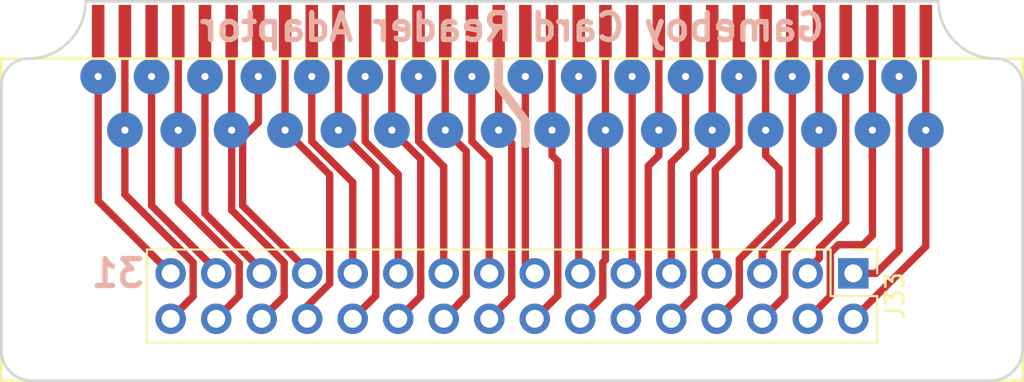
<source format=kicad_pcb>
(kicad_pcb (version 4) (host pcbnew 4.0.7)

  (general
    (links 64)
    (no_connects 0)
    (area 121.424999 96.724999 178.575001 118.075001)
    (thickness 1.6)
    (drawings 15)
    (tracks 197)
    (zones 0)
    (modules 34)
    (nets 33)
  )

  (page A4)
  (layers
    (0 F.Cu signal)
    (31 B.Cu signal)
    (32 B.Adhes user)
    (33 F.Adhes user)
    (34 B.Paste user)
    (35 F.Paste user)
    (36 B.SilkS user)
    (37 F.SilkS user)
    (38 B.Mask user)
    (39 F.Mask user)
    (40 Dwgs.User user)
    (41 Cmts.User user)
    (42 Eco1.User user)
    (43 Eco2.User user)
    (44 Edge.Cuts user)
    (45 Margin user)
    (46 B.CrtYd user)
    (47 F.CrtYd user)
    (48 B.Fab user)
    (49 F.Fab user)
  )

  (setup
    (last_trace_width 0.41)
    (trace_clearance 0.2)
    (zone_clearance 0.508)
    (zone_45_only no)
    (trace_min 0.2)
    (segment_width 0.2)
    (edge_width 0.15)
    (via_size 0.6)
    (via_drill 0.4)
    (via_min_size 0.4)
    (via_min_drill 0.3)
    (uvia_size 0.3)
    (uvia_drill 0.1)
    (uvias_allowed no)
    (uvia_min_size 0.2)
    (uvia_min_drill 0.1)
    (pcb_text_width 0.3)
    (pcb_text_size 1.5 1.5)
    (mod_edge_width 0.15)
    (mod_text_size 1 1)
    (mod_text_width 0.15)
    (pad_size 2 2)
    (pad_drill 0)
    (pad_to_mask_clearance 0.2)
    (aux_axis_origin 0 0)
    (visible_elements 7FFFFF7F)
    (pcbplotparams
      (layerselection 0x00030_80000001)
      (usegerberextensions false)
      (excludeedgelayer true)
      (linewidth 0.100000)
      (plotframeref false)
      (viasonmask false)
      (mode 1)
      (useauxorigin false)
      (hpglpennumber 1)
      (hpglpenspeed 20)
      (hpglpendiameter 15)
      (hpglpenoverlay 2)
      (psnegative false)
      (psa4output false)
      (plotreference true)
      (plotvalue true)
      (plotinvisibletext false)
      (padsonsilk false)
      (subtractmaskfromsilk false)
      (outputformat 1)
      (mirror false)
      (drillshape 1)
      (scaleselection 1)
      (outputdirectory ""))
  )

  (net 0 "")
  (net 1 1)
  (net 2 2)
  (net 3 3)
  (net 4 4)
  (net 5 5)
  (net 6 6)
  (net 7 7)
  (net 8 8)
  (net 9 9)
  (net 10 10)
  (net 11 11)
  (net 12 12)
  (net 13 13)
  (net 14 14)
  (net 15 15)
  (net 16 16)
  (net 17 17)
  (net 18 18)
  (net 19 19)
  (net 20 20)
  (net 21 21)
  (net 22 22)
  (net 23 23)
  (net 24 24)
  (net 25 25)
  (net 26 26)
  (net 27 27)
  (net 28 28)
  (net 29 29)
  (net 30 30)
  (net 31 31)
  (net 32 32)

  (net_class Default "This is the default net class."
    (clearance 0.2)
    (trace_width 0.41)
    (via_dia 0.6)
    (via_drill 0.4)
    (uvia_dia 0.3)
    (uvia_drill 0.1)
    (add_net 1)
    (add_net 10)
    (add_net 11)
    (add_net 12)
    (add_net 13)
    (add_net 14)
    (add_net 15)
    (add_net 16)
    (add_net 17)
    (add_net 18)
    (add_net 19)
    (add_net 2)
    (add_net 20)
    (add_net 21)
    (add_net 22)
    (add_net 23)
    (add_net 24)
    (add_net 25)
    (add_net 26)
    (add_net 27)
    (add_net 28)
    (add_net 29)
    (add_net 3)
    (add_net 30)
    (add_net 31)
    (add_net 32)
    (add_net 4)
    (add_net 5)
    (add_net 6)
    (add_net 7)
    (add_net 8)
    (add_net 9)
  )

  (module gbaz:forrealz (layer F.Cu) (tedit 5A0CE54A) (tstamp 5A0D1143)
    (at 150 100)
    (path /5A0CE767)
    (fp_text reference U1 (at -3.4 -2.1) (layer F.SilkS) hide
      (effects (font (size 1 1) (thickness 0.15)))
    )
    (fp_text value GameboyCardridgeReader (at 2.25 -2.1) (layer F.Fab) hide
      (effects (font (size 1 1) (thickness 0.15)))
    )
    (fp_line (start 28.5 18) (end -28.5 18) (layer F.SilkS) (width 0.15))
    (fp_line (start -28.5 0) (end -28.5 18) (layer F.SilkS) (width 0.15))
    (fp_line (start 28.5 0) (end 28.5 18) (layer F.SilkS) (width 0.15))
    (fp_line (start 0 0) (end -28.5 0) (layer F.SilkS) (width 0.15))
    (fp_line (start 0 0) (end 28.5 0) (layer F.SilkS) (width 0.15))
    (pad 1 smd rect (at -0.745 0) (size 0.7 3) (drill (offset 0 -1.5)) (layers F.Cu F.Paste F.Mask)
      (net 1 1))
    (pad 2 smd rect (at 0.745 0) (size 0.7 3) (drill (offset 0 -1.5)) (layers F.Cu F.Paste F.Mask)
      (net 2 2))
    (pad 3 smd rect (at -2.235 0) (size 0.7 3) (drill (offset 0 -1.5)) (layers F.Cu F.Paste F.Mask)
      (net 3 3))
    (pad 4 smd rect (at 2.235 0) (size 0.7 3) (drill (offset 0 -1.5)) (layers F.Cu F.Paste F.Mask)
      (net 4 4))
    (pad 5 smd rect (at -3.725 0) (size 0.7 3) (drill (offset 0 -1.5)) (layers F.Cu F.Paste F.Mask)
      (net 5 5))
    (pad 6 smd rect (at 3.725 0) (size 0.7 3) (drill (offset 0 -1.5)) (layers F.Cu F.Paste F.Mask)
      (net 6 6))
    (pad 7 smd rect (at -5.215 0) (size 0.7 3) (drill (offset 0 -1.5)) (layers F.Cu F.Paste F.Mask)
      (net 7 7))
    (pad 8 smd rect (at 5.215 0) (size 0.7 3) (drill (offset 0 -1.5)) (layers F.Cu F.Paste F.Mask)
      (net 8 8))
    (pad 9 smd rect (at -6.705 0) (size 0.7 3) (drill (offset 0 -1.5)) (layers F.Cu F.Paste F.Mask)
      (net 9 9))
    (pad 10 smd rect (at 6.705 0) (size 0.7 3) (drill (offset 0 -1.5)) (layers F.Cu F.Paste F.Mask)
      (net 10 10))
    (pad 11 smd rect (at -8.195 0) (size 0.7 3) (drill (offset 0 -1.5)) (layers F.Cu F.Paste F.Mask)
      (net 11 11))
    (pad 12 smd rect (at 8.195 0) (size 0.7 3) (drill (offset 0 -1.5)) (layers F.Cu F.Paste F.Mask)
      (net 12 12))
    (pad 13 smd rect (at -9.685 0) (size 0.7 3) (drill (offset 0 -1.5)) (layers F.Cu F.Paste F.Mask)
      (net 13 13))
    (pad 14 smd rect (at 9.685 0) (size 0.7 3) (drill (offset 0 -1.5)) (layers F.Cu F.Paste F.Mask)
      (net 14 14))
    (pad 15 smd rect (at -11.175 0) (size 0.7 3) (drill (offset 0 -1.5)) (layers F.Cu F.Paste F.Mask)
      (net 15 15))
    (pad 16 smd rect (at 11.175 0) (size 0.7 3) (drill (offset 0 -1.5)) (layers F.Cu F.Paste F.Mask)
      (net 16 16))
    (pad 17 smd rect (at -12.665 0) (size 0.7 3) (drill (offset 0 -1.5)) (layers F.Cu F.Paste F.Mask)
      (net 17 17))
    (pad 18 smd rect (at 12.665 0) (size 0.7 3) (drill (offset 0 -1.5)) (layers F.Cu F.Paste F.Mask)
      (net 18 18))
    (pad 19 smd rect (at -14.155 0) (size 0.7 3) (drill (offset 0 -1.5)) (layers F.Cu F.Paste F.Mask)
      (net 19 19))
    (pad 20 smd rect (at 14.155 0) (size 0.7 3) (drill (offset 0 -1.5)) (layers F.Cu F.Paste F.Mask)
      (net 20 20))
    (pad 21 smd rect (at -15.645 0) (size 0.7 3) (drill (offset 0 -1.5)) (layers F.Cu F.Paste F.Mask)
      (net 21 21))
    (pad 22 smd rect (at 15.645 0) (size 0.7 3) (drill (offset 0 -1.5)) (layers F.Cu F.Paste F.Mask)
      (net 22 22))
    (pad 23 smd rect (at -17.135 0) (size 0.7 3) (drill (offset 0 -1.5)) (layers F.Cu F.Paste F.Mask)
      (net 23 23))
    (pad 24 smd rect (at 17.135 0) (size 0.7 3) (drill (offset 0 -1.5)) (layers F.Cu F.Paste F.Mask)
      (net 24 24))
    (pad 25 smd rect (at -18.625 0) (size 0.7 3) (drill (offset 0 -1.5)) (layers F.Cu F.Paste F.Mask)
      (net 25 25))
    (pad 26 smd rect (at 18.625 0) (size 0.7 3) (drill (offset 0 -1.5)) (layers F.Cu F.Paste F.Mask)
      (net 26 26))
    (pad 27 smd rect (at -20.115 0) (size 0.7 3) (drill (offset 0 -1.5)) (layers F.Cu F.Paste F.Mask)
      (net 27 27))
    (pad 28 smd rect (at 20.115 0) (size 0.7 3) (drill (offset 0 -1.5)) (layers F.Cu F.Paste F.Mask)
      (net 28 28))
    (pad 29 smd rect (at -21.605 0) (size 0.7 3) (drill (offset 0 -1.5)) (layers F.Cu F.Paste F.Mask)
      (net 29 29))
    (pad 30 smd rect (at 21.605 0) (size 0.7 3) (drill (offset 0 -1.5)) (layers F.Cu F.Paste F.Mask)
      (net 30 30))
    (pad 31 smd rect (at -23.095 0) (size 0.7 3) (drill (offset 0 -1.5)) (layers F.Cu F.Paste F.Mask)
      (net 31 31))
    (pad 32 smd rect (at 23.095 0) (size 0.7 3) (drill (offset 0 -1.5)) (layers F.Cu F.Paste F.Mask)
      (net 32 32))
    (pad "" np_thru_hole circle (at 13 7) (size 2.5 2.5) (drill 2.5) (layers *.Cu *.Mask))
    (pad "" np_thru_hole circle (at -13 7) (size 2.5 2.5) (drill 2.5) (layers *.Cu *.Mask))
  )

  (module gbaz:Pin_Header_Straight_2x16_Pitch2.54mm (layer F.Cu) (tedit 5A0CF83F) (tstamp 5A0D1118)
    (at 150 113)
    (descr "Through hole straight pin header, 2x16, 2.54mm pitch, double rows")
    (tags "Through hole pin header THT 2x16 2.54mm double row")
    (path /5A0CE6F6)
    (fp_text reference J33 (at 21.38 0.27 270) (layer F.SilkS)
      (effects (font (size 1 1) (thickness 0.15)))
    )
    (fp_text value Conn_02x16_Counter_Clockwise (at -0.4 5.7 180) (layer F.Fab) hide
      (effects (font (size 1 1) (thickness 0.15)))
    )
    (fp_line (start 20.32 -1) (end 20.32 2.81) (layer F.Fab) (width 0.1))
    (fp_line (start 20.32 2.81) (end -20.32 2.81) (layer F.Fab) (width 0.1))
    (fp_line (start -20.32 2.81) (end -20.32 -2.27) (layer F.Fab) (width 0.1))
    (fp_line (start -20.32 -2.27) (end 19.05 -2.27) (layer F.Fab) (width 0.1))
    (fp_line (start 19.05 -2.27) (end 20.32 -1) (layer F.Fab) (width 0.1))
    (fp_line (start -20.38 -2.33) (end -20.38 2.87) (layer F.SilkS) (width 0.12))
    (fp_line (start 17.78 -2.33) (end -20.38 -2.33) (layer F.SilkS) (width 0.12))
    (fp_line (start 20.38 2.87) (end -20.38 2.87) (layer F.SilkS) (width 0.12))
    (fp_line (start 17.78 -2.33) (end 17.78 0.27) (layer F.SilkS) (width 0.12))
    (fp_line (start 17.78 0.27) (end 20.38 0.27) (layer F.SilkS) (width 0.12))
    (fp_line (start 20.38 0.27) (end 20.38 2.87) (layer F.SilkS) (width 0.12))
    (fp_line (start 19.05 -2.33) (end 20.38 -2.33) (layer F.SilkS) (width 0.12))
    (fp_line (start 20.38 -2.33) (end 20.38 -1) (layer F.SilkS) (width 0.12))
    (fp_line (start 20.85 -2.8) (end -20.85 -2.8) (layer F.CrtYd) (width 0.05))
    (fp_line (start -20.85 -2.8) (end -20.85 3.35) (layer F.CrtYd) (width 0.05))
    (fp_line (start -20.85 3.35) (end 20.85 3.35) (layer F.CrtYd) (width 0.05))
    (fp_line (start 20.85 3.35) (end 20.85 -2.8) (layer F.CrtYd) (width 0.05))
    (fp_text user %R (at 0 0.27) (layer F.Fab) hide
      (effects (font (size 1 1) (thickness 0.15)))
    )
    (pad 1 thru_hole rect (at 19.05 -1 270) (size 1.7 1.7) (drill 1) (layers *.Cu *.Mask)
      (net 30 30))
    (pad 2 thru_hole oval (at 19.05 1.54 270) (size 1.7 1.7) (drill 1) (layers *.Cu *.Mask)
      (net 32 32))
    (pad 3 thru_hole oval (at 16.51 -1 270) (size 1.7 1.7) (drill 1) (layers *.Cu *.Mask)
      (net 26 26))
    (pad 4 thru_hole oval (at 16.51 1.54 270) (size 1.7 1.7) (drill 1) (layers *.Cu *.Mask)
      (net 28 28))
    (pad 5 thru_hole oval (at 13.97 -1 270) (size 1.7 1.7) (drill 1) (layers *.Cu *.Mask)
      (net 22 22))
    (pad 6 thru_hole oval (at 13.97 1.54 270) (size 1.7 1.7) (drill 1) (layers *.Cu *.Mask)
      (net 24 24))
    (pad 7 thru_hole oval (at 11.43 -1 270) (size 1.7 1.7) (drill 1) (layers *.Cu *.Mask)
      (net 18 18))
    (pad 8 thru_hole oval (at 11.43 1.54 270) (size 1.7 1.7) (drill 1) (layers *.Cu *.Mask)
      (net 20 20))
    (pad 9 thru_hole oval (at 8.89 -1 270) (size 1.7 1.7) (drill 1) (layers *.Cu *.Mask)
      (net 14 14))
    (pad 10 thru_hole oval (at 8.89 1.54 270) (size 1.7 1.7) (drill 1) (layers *.Cu *.Mask)
      (net 16 16))
    (pad 11 thru_hole oval (at 6.35 -1 270) (size 1.7 1.7) (drill 1) (layers *.Cu *.Mask)
      (net 10 10))
    (pad 12 thru_hole oval (at 6.35 1.54 270) (size 1.7 1.7) (drill 1) (layers *.Cu *.Mask)
      (net 12 12))
    (pad 13 thru_hole oval (at 3.81 -1 270) (size 1.7 1.7) (drill 1) (layers *.Cu *.Mask)
      (net 6 6))
    (pad 14 thru_hole oval (at 3.81 1.54 270) (size 1.7 1.7) (drill 1) (layers *.Cu *.Mask)
      (net 8 8))
    (pad 15 thru_hole oval (at 1.27 -1 270) (size 1.7 1.7) (drill 1) (layers *.Cu *.Mask)
      (net 2 2))
    (pad 16 thru_hole oval (at 1.27 1.54 270) (size 1.7 1.7) (drill 1) (layers *.Cu *.Mask)
      (net 4 4))
    (pad 17 thru_hole oval (at -1.27 -1 270) (size 1.7 1.7) (drill 1) (layers *.Cu *.Mask)
      (net 3 3))
    (pad 18 thru_hole oval (at -1.27 1.54 270) (size 1.7 1.7) (drill 1) (layers *.Cu *.Mask)
      (net 1 1))
    (pad 19 thru_hole oval (at -3.81 -1 270) (size 1.7 1.7) (drill 1) (layers *.Cu *.Mask)
      (net 7 7))
    (pad 20 thru_hole oval (at -3.81 1.54 270) (size 1.7 1.7) (drill 1) (layers *.Cu *.Mask)
      (net 5 5))
    (pad 21 thru_hole oval (at -6.35 -1 270) (size 1.7 1.7) (drill 1) (layers *.Cu *.Mask)
      (net 11 11))
    (pad 22 thru_hole oval (at -6.35 1.54 270) (size 1.7 1.7) (drill 1) (layers *.Cu *.Mask)
      (net 9 9))
    (pad 23 thru_hole oval (at -8.89 -1 270) (size 1.7 1.7) (drill 1) (layers *.Cu *.Mask)
      (net 15 15))
    (pad 24 thru_hole oval (at -8.89 1.54 270) (size 1.7 1.7) (drill 1) (layers *.Cu *.Mask)
      (net 13 13))
    (pad 25 thru_hole oval (at -11.43 -1 270) (size 1.7 1.7) (drill 1) (layers *.Cu *.Mask)
      (net 19 19))
    (pad 26 thru_hole oval (at -11.43 1.54 270) (size 1.7 1.7) (drill 1) (layers *.Cu *.Mask)
      (net 17 17))
    (pad 27 thru_hole oval (at -13.97 -1 270) (size 1.7 1.7) (drill 1) (layers *.Cu *.Mask)
      (net 23 23))
    (pad 28 thru_hole oval (at -13.97 1.54 270) (size 1.7 1.7) (drill 1) (layers *.Cu *.Mask)
      (net 21 21))
    (pad 29 thru_hole oval (at -16.51 -1 270) (size 1.7 1.7) (drill 1) (layers *.Cu *.Mask)
      (net 27 27))
    (pad 30 thru_hole oval (at -16.51 1.54 270) (size 1.7 1.7) (drill 1) (layers *.Cu *.Mask)
      (net 25 25))
    (pad 31 thru_hole oval (at -19.05 -1 270) (size 1.7 1.7) (drill 1) (layers *.Cu *.Mask)
      (net 31 31))
    (pad 32 thru_hole oval (at -19.05 1.54 270) (size 1.7 1.7) (drill 1) (layers *.Cu *.Mask)
      (net 29 29))
    (model ${KISYS3DMOD}/Pin_Headers.3dshapes/Pin_Header_Straight_2x16_Pitch2.54mm.wrl
      (at (xyz 0 0 0))
      (scale (xyz 1 1 1))
      (rotate (xyz 0 0 0))
    )
  )

  (module gbaz:2mmPad (layer B.Cu) (tedit 5A0CFFB3) (tstamp 5A0D1FFC)
    (at 149.3 104)
    (path /5A0CF3E6)
    (fp_text reference J1 (at 2 0) (layer B.SilkS) hide
      (effects (font (size 0.5 0.5) (thickness 0.125)) (justify mirror))
    )
    (fp_text value TEST_1P (at 2.5 0.75) (layer B.Fab) hide
      (effects (font (size 0.5 0.5) (thickness 0.125)) (justify mirror))
    )
    (pad 1 smd circle (at -0.045 0) (size 2 2) (layers B.Cu B.Paste B.Mask)
      (net 1 1))
  )

  (module gbaz:2mmPad (layer B.Cu) (tedit 5A0D008D) (tstamp 5A0D2001)
    (at 150.7 101)
    (path /5A0CF3EC)
    (fp_text reference J2 (at 2 0) (layer B.SilkS) hide
      (effects (font (size 0.5 0.5) (thickness 0.125)) (justify mirror))
    )
    (fp_text value TEST_1P (at 2.5 0.75) (layer B.Fab) hide
      (effects (font (size 0.5 0.5) (thickness 0.125)) (justify mirror))
    )
    (pad 1 smd circle (at 0.045 0) (size 2 2) (layers B.Cu B.Paste B.Mask)
      (net 2 2))
  )

  (module gbaz:2mmPad (layer B.Cu) (tedit 5A0D00A7) (tstamp 5A0D2006)
    (at 147.8 101)
    (path /5A0CF3F2)
    (fp_text reference J3 (at 2 0) (layer B.SilkS) hide
      (effects (font (size 0.5 0.5) (thickness 0.125)) (justify mirror))
    )
    (fp_text value TEST_1P (at 2.5 0.75) (layer B.Fab) hide
      (effects (font (size 0.5 0.5) (thickness 0.125)) (justify mirror))
    )
    (pad 1 smd circle (at -0.035 0) (size 2 2) (layers B.Cu B.Paste B.Mask)
      (net 3 3))
  )

  (module gbaz:2mmPad (layer B.Cu) (tedit 5A0D00BC) (tstamp 5A0D200B)
    (at 152.3 104)
    (path /5A0CF3F8)
    (fp_text reference J4 (at 2 0) (layer B.SilkS) hide
      (effects (font (size 0.5 0.5) (thickness 0.125)) (justify mirror))
    )
    (fp_text value TEST_1P (at 2.5 0.75) (layer B.Fab) hide
      (effects (font (size 0.5 0.5) (thickness 0.125)) (justify mirror))
    )
    (pad 1 smd circle (at -0.065 0) (size 2 2) (layers B.Cu B.Paste B.Mask)
      (net 4 4))
  )

  (module gbaz:2mmPad (layer B.Cu) (tedit 5A0D00D8) (tstamp 5A0D2010)
    (at 146.2 104)
    (path /5A0CF3FE)
    (fp_text reference J5 (at 2 0) (layer B.SilkS) hide
      (effects (font (size 0.5 0.5) (thickness 0.125)) (justify mirror))
    )
    (fp_text value TEST_1P (at 2.5 0.75) (layer B.Fab) hide
      (effects (font (size 0.5 0.5) (thickness 0.125)) (justify mirror))
    )
    (pad 1 smd circle (at 0.075 0) (size 2 2) (layers B.Cu B.Paste B.Mask)
      (net 5 5))
  )

  (module gbaz:2mmPad (layer B.Cu) (tedit 5A0D00E9) (tstamp 5A0D2015)
    (at 153.8 101.1)
    (path /5A0CF404)
    (fp_text reference J6 (at 2 0) (layer B.SilkS) hide
      (effects (font (size 0.5 0.5) (thickness 0.125)) (justify mirror))
    )
    (fp_text value TEST_1P (at 2.5 0.75) (layer B.Fab) hide
      (effects (font (size 0.5 0.5) (thickness 0.125)) (justify mirror))
    )
    (pad 1 smd circle (at -0.075 -0.1) (size 2 2) (layers B.Cu B.Paste B.Mask)
      (net 6 6))
  )

  (module gbaz:2mmPad (layer B.Cu) (tedit 5A0D00F8) (tstamp 5A0D201A)
    (at 145 101)
    (path /5A0CEF2A)
    (fp_text reference J7 (at 2 0) (layer B.SilkS) hide
      (effects (font (size 0.5 0.5) (thickness 0.125)) (justify mirror))
    )
    (fp_text value TEST_1P (at 2.5 0.75) (layer B.Fab) hide
      (effects (font (size 0.5 0.5) (thickness 0.125)) (justify mirror))
    )
    (pad 1 smd circle (at -0.215 0) (size 2 2) (layers B.Cu B.Paste B.Mask)
      (net 7 7))
  )

  (module gbaz:2mmPad (layer B.Cu) (tedit 5A0D0114) (tstamp 5A0D201F)
    (at 155 104)
    (path /5A0D0A35)
    (fp_text reference J8 (at 2 0) (layer B.SilkS) hide
      (effects (font (size 0.5 0.5) (thickness 0.125)) (justify mirror))
    )
    (fp_text value TEST_1P (at 2.5 0.75) (layer B.Fab) hide
      (effects (font (size 0.5 0.5) (thickness 0.125)) (justify mirror))
    )
    (pad 1 smd circle (at 0.215 0) (size 2 2) (layers B.Cu B.Paste B.Mask)
      (net 8 8))
  )

  (module gbaz:2mmPad (layer B.Cu) (tedit 5A0D0107) (tstamp 5A0D2024)
    (at 143.5 104)
    (path /5A0D0A3B)
    (fp_text reference J9 (at 2 0) (layer B.SilkS) hide
      (effects (font (size 0.5 0.5) (thickness 0.125)) (justify mirror))
    )
    (fp_text value TEST_1P (at 2.5 0.75) (layer B.Fab) hide
      (effects (font (size 0.5 0.5) (thickness 0.125)) (justify mirror))
    )
    (pad 1 smd circle (at -0.205 0) (size 2 2) (layers B.Cu B.Paste B.Mask)
      (net 9 9))
  )

  (module gbaz:2mmPad (layer B.Cu) (tedit 5A0D0126) (tstamp 5A0D2029)
    (at 156.5 101)
    (path /5A0D0A41)
    (fp_text reference J10 (at 2 0) (layer B.SilkS) hide
      (effects (font (size 0.5 0.5) (thickness 0.125)) (justify mirror))
    )
    (fp_text value TEST_1P (at 2.5 0.75) (layer B.Fab) hide
      (effects (font (size 0.5 0.5) (thickness 0.125)) (justify mirror))
    )
    (pad 1 smd circle (at 0.205 0) (size 2 2) (layers B.Cu B.Paste B.Mask)
      (net 10 10))
  )

  (module gbaz:2mmPad (layer B.Cu) (tedit 5A0D0131) (tstamp 5A0D202E)
    (at 142 101)
    (path /5A0D0A47)
    (fp_text reference J11 (at 2 0) (layer B.SilkS) hide
      (effects (font (size 0.5 0.5) (thickness 0.125)) (justify mirror))
    )
    (fp_text value TEST_1P (at 2.5 0.75) (layer B.Fab) hide
      (effects (font (size 0.5 0.5) (thickness 0.125)) (justify mirror))
    )
    (pad 1 smd circle (at -0.195 0) (size 2 2) (layers B.Cu B.Paste B.Mask)
      (net 11 11))
  )

  (module gbaz:2mmPad (layer B.Cu) (tedit 5A0D013C) (tstamp 5A0D2033)
    (at 158 104)
    (path /5A0D0A4D)
    (fp_text reference J12 (at 2 0) (layer B.SilkS) hide
      (effects (font (size 0.5 0.5) (thickness 0.125)) (justify mirror))
    )
    (fp_text value TEST_1P (at 2.5 0.75) (layer B.Fab) hide
      (effects (font (size 0.5 0.5) (thickness 0.125)) (justify mirror))
    )
    (pad 1 smd circle (at 0.195 0) (size 2 2) (layers B.Cu B.Paste B.Mask)
      (net 12 12))
  )

  (module gbaz:2mmPad (layer B.Cu) (tedit 5A0D0151) (tstamp 5A0D2038)
    (at 140 104)
    (path /5A0D0A53)
    (fp_text reference J13 (at 2 0) (layer B.SilkS) hide
      (effects (font (size 0.5 0.5) (thickness 0.125)) (justify mirror))
    )
    (fp_text value TEST_1P (at 2.5 0.75) (layer B.Fab) hide
      (effects (font (size 0.5 0.5) (thickness 0.125)) (justify mirror))
    )
    (pad 1 smd circle (at 0.315 0) (size 2 2) (layers B.Cu B.Paste B.Mask)
      (net 13 13))
  )

  (module gbaz:2mmPad (layer B.Cu) (tedit 5A0D026A) (tstamp 5A0D203D)
    (at 159.75 101)
    (path /5A0D0B2E)
    (fp_text reference J14 (at 2 0) (layer B.SilkS) hide
      (effects (font (size 0.5 0.5) (thickness 0.125)) (justify mirror))
    )
    (fp_text value TEST_1P (at 2.5 0.75) (layer B.Fab) hide
      (effects (font (size 0.5 0.5) (thickness 0.125)) (justify mirror))
    )
    (pad 1 smd circle (at -0.065 0) (size 2 2) (layers B.Cu B.Paste B.Mask)
      (net 14 14))
  )

  (module gbaz:2mmPad (layer B.Cu) (tedit 5A0D01F4) (tstamp 5A0D2042)
    (at 138.75 101)
    (path /5A0D0B34)
    (fp_text reference J15 (at 2 0) (layer B.SilkS) hide
      (effects (font (size 0.5 0.5) (thickness 0.125)) (justify mirror))
    )
    (fp_text value TEST_1P (at 2.5 0.75) (layer B.Fab) hide
      (effects (font (size 0.5 0.5) (thickness 0.125)) (justify mirror))
    )
    (pad 1 smd circle (at 0.075 0) (size 2 2) (layers B.Cu B.Paste B.Mask)
      (net 15 15))
  )

  (module gbaz:2mmPad (layer B.Cu) (tedit 5A0D0260) (tstamp 5A0D2047)
    (at 161 103.75)
    (path /5A0D0B3A)
    (fp_text reference J16 (at 2 0) (layer B.SilkS) hide
      (effects (font (size 0.5 0.5) (thickness 0.125)) (justify mirror))
    )
    (fp_text value TEST_1P (at 2.5 0.75) (layer B.Fab) hide
      (effects (font (size 0.5 0.5) (thickness 0.125)) (justify mirror))
    )
    (pad 1 smd circle (at 0.175 0.25) (size 2 2) (layers B.Cu B.Paste B.Mask)
      (net 16 16))
  )

  (module gbaz:2mmPad (layer B.Cu) (tedit 5A0D01EB) (tstamp 5A0D204C)
    (at 137.25 104)
    (path /5A0D0B40)
    (fp_text reference J17 (at 2 0) (layer B.SilkS) hide
      (effects (font (size 0.5 0.5) (thickness 0.125)) (justify mirror))
    )
    (fp_text value TEST_1P (at 2.5 0.75) (layer B.Fab) hide
      (effects (font (size 0.5 0.5) (thickness 0.125)) (justify mirror))
    )
    (pad 1 smd circle (at 0.085 0) (size 2 2) (layers B.Cu B.Paste B.Mask)
      (net 17 17))
  )

  (module gbaz:2mmPad (layer B.Cu) (tedit 5A0D024A) (tstamp 5A0D2051)
    (at 162.75 100.75)
    (path /5A0D0B46)
    (fp_text reference J18 (at 2 0) (layer B.SilkS) hide
      (effects (font (size 0.5 0.5) (thickness 0.125)) (justify mirror))
    )
    (fp_text value TEST_1P (at 2.5 0.75) (layer B.Fab) hide
      (effects (font (size 0.5 0.5) (thickness 0.125)) (justify mirror))
    )
    (pad 1 smd circle (at -0.085 0.25) (size 2 2) (layers B.Cu B.Paste B.Mask)
      (net 18 18))
  )

  (module gbaz:2mmPad (layer B.Cu) (tedit 5A0D01E2) (tstamp 5A0D2056)
    (at 135.75 101)
    (path /5A0D0D07)
    (fp_text reference J19 (at 2 0) (layer B.SilkS) hide
      (effects (font (size 0.5 0.5) (thickness 0.125)) (justify mirror))
    )
    (fp_text value TEST_1P (at 2.5 0.75) (layer B.Fab) hide
      (effects (font (size 0.5 0.5) (thickness 0.125)) (justify mirror))
    )
    (pad 1 smd circle (at 0.095 0) (size 2 2) (layers B.Cu B.Paste B.Mask)
      (net 19 19))
  )

  (module gbaz:2mmPad (layer B.Cu) (tedit 5A0D0256) (tstamp 5A0D205B)
    (at 164.25 104.25)
    (path /5A0D0D0D)
    (fp_text reference J20 (at 2 0) (layer B.SilkS) hide
      (effects (font (size 0.5 0.5) (thickness 0.125)) (justify mirror))
    )
    (fp_text value TEST_1P (at 2.5 0.75) (layer B.Fab) hide
      (effects (font (size 0.5 0.5) (thickness 0.125)) (justify mirror))
    )
    (pad 1 smd circle (at -0.095 -0.25) (size 2 2) (layers B.Cu B.Paste B.Mask)
      (net 20 20))
  )

  (module gbaz:2mmPad (layer B.Cu) (tedit 5A0D01D6) (tstamp 5A0D2060)
    (at 134.25 104)
    (path /5A0D0D13)
    (fp_text reference J21 (at 2 0) (layer B.SilkS) hide
      (effects (font (size 0.5 0.5) (thickness 0.125)) (justify mirror))
    )
    (fp_text value TEST_1P (at 2.5 0.75) (layer B.Fab) hide
      (effects (font (size 0.5 0.5) (thickness 0.125)) (justify mirror))
    )
    (pad 1 smd circle (at 0.105 0) (size 2 2) (layers B.Cu B.Paste B.Mask)
      (net 21 21))
  )

  (module gbaz:2mmPad (layer B.Cu) (tedit 5A0D023E) (tstamp 5A0D2065)
    (at 165.75 101)
    (path /5A0D0D19)
    (fp_text reference J22 (at 2 0) (layer B.SilkS) hide
      (effects (font (size 0.5 0.5) (thickness 0.125)) (justify mirror))
    )
    (fp_text value TEST_1P (at 2.5 0.75) (layer B.Fab) hide
      (effects (font (size 0.5 0.5) (thickness 0.125)) (justify mirror))
    )
    (pad 1 smd circle (at -0.105 0) (size 2 2) (layers B.Cu B.Paste B.Mask)
      (net 22 22))
  )

  (module gbaz:2mmPad (layer B.Cu) (tedit 5A0D01CC) (tstamp 5A0D206A)
    (at 133 101)
    (path /5A0D0D1F)
    (fp_text reference J23 (at 2 0) (layer B.SilkS) hide
      (effects (font (size 0.5 0.5) (thickness 0.125)) (justify mirror))
    )
    (fp_text value TEST_1P (at 2.5 0.75) (layer B.Fab) hide
      (effects (font (size 0.5 0.5) (thickness 0.125)) (justify mirror))
    )
    (pad 1 smd circle (at -0.135 0) (size 2 2) (layers B.Cu B.Paste B.Mask)
      (net 23 23))
  )

  (module gbaz:2mmPad (layer B.Cu) (tedit 5A0D022B) (tstamp 5A0D206F)
    (at 167.25 104)
    (path /5A0D0D25)
    (fp_text reference J24 (at 2 0) (layer B.SilkS) hide
      (effects (font (size 0.5 0.5) (thickness 0.125)) (justify mirror))
    )
    (fp_text value TEST_1P (at 2.5 0.75) (layer B.Fab) hide
      (effects (font (size 0.5 0.5) (thickness 0.125)) (justify mirror))
    )
    (pad 1 smd circle (at -0.115 0) (size 2 2) (layers B.Cu B.Paste B.Mask)
      (net 24 24))
  )

  (module gbaz:2mmPad (layer B.Cu) (tedit 5A0D01C2) (tstamp 5A0D2074)
    (at 131.25 104)
    (path /5A0D0D2B)
    (fp_text reference J25 (at 2 0) (layer B.SilkS) hide
      (effects (font (size 0.5 0.5) (thickness 0.125)) (justify mirror))
    )
    (fp_text value TEST_1P (at 2.5 0.75) (layer B.Fab) hide
      (effects (font (size 0.5 0.5) (thickness 0.125)) (justify mirror))
    )
    (pad 1 smd circle (at 0.125 0) (size 2 2) (layers B.Cu B.Paste B.Mask)
      (net 25 25))
  )

  (module gbaz:2mmPad (layer B.Cu) (tedit 5A0D0235) (tstamp 5A0D2079)
    (at 168.75 101)
    (path /5A0D0D31)
    (fp_text reference J26 (at 2 0) (layer B.SilkS) hide
      (effects (font (size 0.5 0.5) (thickness 0.125)) (justify mirror))
    )
    (fp_text value TEST_1P (at 2.5 0.75) (layer B.Fab) hide
      (effects (font (size 0.5 0.5) (thickness 0.125)) (justify mirror))
    )
    (pad 1 smd circle (at -0.125 0) (size 2 2) (layers B.Cu B.Paste B.Mask)
      (net 26 26))
  )

  (module gbaz:2mmPad (layer B.Cu) (tedit 5A0D01B8) (tstamp 5A0D207E)
    (at 129.75 101.25)
    (path /5A0D0D37)
    (fp_text reference J27 (at 2 0) (layer B.SilkS) hide
      (effects (font (size 0.5 0.5) (thickness 0.125)) (justify mirror))
    )
    (fp_text value TEST_1P (at 2.5 0.75) (layer B.Fab) hide
      (effects (font (size 0.5 0.5) (thickness 0.125)) (justify mirror))
    )
    (pad 1 smd circle (at 0.135 -0.25) (size 2 2) (layers B.Cu B.Paste B.Mask)
      (net 27 27))
  )

  (module gbaz:2mmPad (layer B.Cu) (tedit 5A0D0220) (tstamp 5A0D2083)
    (at 170 104)
    (path /5A0D0D3D)
    (fp_text reference J28 (at 2 0) (layer B.SilkS) hide
      (effects (font (size 0.5 0.5) (thickness 0.125)) (justify mirror))
    )
    (fp_text value TEST_1P (at 2.5 0.75) (layer B.Fab) hide
      (effects (font (size 0.5 0.5) (thickness 0.125)) (justify mirror))
    )
    (pad 1 smd circle (at 0.115 0) (size 2 2) (layers B.Cu B.Paste B.Mask)
      (net 28 28))
  )

  (module gbaz:2mmPad (layer B.Cu) (tedit 5A0D01AD) (tstamp 5A0D2088)
    (at 128.25 104)
    (path /5A0D0D43)
    (fp_text reference J29 (at 2 0) (layer B.SilkS) hide
      (effects (font (size 0.5 0.5) (thickness 0.125)) (justify mirror))
    )
    (fp_text value TEST_1P (at 2.5 0.75) (layer B.Fab) hide
      (effects (font (size 0.5 0.5) (thickness 0.125)) (justify mirror))
    )
    (pad 1 smd circle (at 0.145 0) (size 2 2) (layers B.Cu B.Paste B.Mask)
      (net 29 29))
  )

  (module gbaz:2mmPad (layer B.Cu) (tedit 5A0D0215) (tstamp 5A0D208D)
    (at 171.5 101)
    (path /5A0D134A)
    (fp_text reference J30 (at 2 0) (layer B.SilkS) hide
      (effects (font (size 0.5 0.5) (thickness 0.125)) (justify mirror))
    )
    (fp_text value TEST_1P (at 2.5 0.75) (layer B.Fab) hide
      (effects (font (size 0.5 0.5) (thickness 0.125)) (justify mirror))
    )
    (pad 1 smd circle (at 0.105 0) (size 2 2) (layers B.Cu B.Paste B.Mask)
      (net 30 30))
  )

  (module gbaz:2mmPad (layer B.Cu) (tedit 5A0D019F) (tstamp 5A0D2092)
    (at 127 101)
    (path /5A0D1350)
    (fp_text reference J31 (at 2 0) (layer B.SilkS) hide
      (effects (font (size 0.5 0.5) (thickness 0.125)) (justify mirror))
    )
    (fp_text value TEST_1P (at 2.5 0.75) (layer B.Fab) hide
      (effects (font (size 0.5 0.5) (thickness 0.125)) (justify mirror))
    )
    (pad 1 smd circle (at -0.095 0) (size 2 2) (layers B.Cu B.Paste B.Mask)
      (net 31 31))
  )

  (module gbaz:2mmPad (layer B.Cu) (tedit 5A0D020C) (tstamp 5A0D2097)
    (at 173 104)
    (path /5A0D1356)
    (fp_text reference J32 (at 2 0) (layer B.SilkS) hide
      (effects (font (size 0.5 0.5) (thickness 0.125)) (justify mirror))
    )
    (fp_text value TEST_1P (at 2.5 0.75) (layer B.Fab) hide
      (effects (font (size 0.5 0.5) (thickness 0.125)) (justify mirror))
    )
    (pad 1 smd circle (at 0.095 0) (size 2 2) (layers B.Cu B.Paste B.Mask)
      (net 32 32))
  )

  (gr_text "Gameboy Card Reader Adaptor" (at 150 98.25) (layer B.SilkS)
    (effects (font (size 1.5 1.5) (thickness 0.3)) (justify mirror))
  )
  (gr_line (start 150.75 103.5) (end 150.75 104.75) (layer B.SilkS) (width 0.5))
  (gr_line (start 149.25 101.5) (end 149.25 100.25) (layer B.SilkS) (width 0.5))
  (gr_line (start 149.25 101.5) (end 150.75 103.5) (layer B.SilkS) (width 0.5))
  (gr_text 31 (at 128 112) (layer B.SilkS)
    (effects (font (size 1.5 1.5) (thickness 0.3)) (justify mirror))
  )
  (gr_line (start 178.5 116.2) (end 178.5 101.5) (layer Edge.Cuts) (width 0.15))
  (gr_arc (start 176.7 116.2) (end 178.5 116.2) (angle 90) (layer Edge.Cuts) (width 0.15))
  (gr_line (start 121.5 101.5) (end 121.5 116.3) (layer Edge.Cuts) (width 0.15))
  (gr_line (start 123.2 118) (end 176.7 118) (layer Edge.Cuts) (width 0.15))
  (gr_arc (start 123.2 116.3) (end 123.2 118) (angle 90) (layer Edge.Cuts) (width 0.15))
  (gr_arc (start 177 101.5) (end 177 100) (angle 90) (layer Edge.Cuts) (width 0.15))
  (gr_arc (start 123 101.5) (end 121.5 101.5) (angle 90) (layer Edge.Cuts) (width 0.15))
  (gr_line (start 126.2 96.8) (end 173.8 96.8) (layer Edge.Cuts) (width 0.15))
  (gr_arc (start 123 96.8) (end 126.2 96.8) (angle 90) (layer Edge.Cuts) (width 0.15))
  (gr_arc (start 177 96.8) (end 177 100) (angle 90) (layer Edge.Cuts) (width 0.15))

  (segment (start 149.255 104) (end 149.985001 104.730001) (width 0.41) (layer F.Cu) (net 1))
  (segment (start 149.985001 104.730001) (end 149.985001 113.284999) (width 0.41) (layer F.Cu) (net 1))
  (segment (start 149.985001 113.284999) (end 149.579999 113.690001) (width 0.41) (layer F.Cu) (net 1))
  (segment (start 149.579999 113.690001) (end 148.73 114.54) (width 0.41) (layer F.Cu) (net 1))
  (segment (start 149.255 100) (end 149.255 104) (width 0.41) (layer F.Cu) (net 1))
  (via (at 149.255 104) (size 0.6) (drill 0.4) (layers F.Cu B.Cu) (net 1))
  (segment (start 150.745 101) (end 150.745 111.475) (width 0.41) (layer F.Cu) (net 2))
  (segment (start 150.745 111.475) (end 151.27 112) (width 0.41) (layer F.Cu) (net 2))
  (segment (start 150.745 100) (end 150.745 101) (width 0.41) (layer F.Cu) (net 2))
  (via (at 150.745 101) (size 0.6) (drill 0.4) (layers F.Cu B.Cu) (net 2))
  (segment (start 147.765 101) (end 147.765 104.627316) (width 0.41) (layer F.Cu) (net 3))
  (segment (start 147.765 104.627316) (end 148.73 105.592316) (width 0.41) (layer F.Cu) (net 3))
  (segment (start 148.73 105.592316) (end 148.73 110.797919) (width 0.41) (layer F.Cu) (net 3))
  (segment (start 148.73 110.797919) (end 148.73 112) (width 0.41) (layer F.Cu) (net 3))
  (segment (start 147.765 100) (end 147.765 101) (width 0.41) (layer F.Cu) (net 3))
  (via (at 147.765 101) (size 0.6) (drill 0.4) (layers F.Cu B.Cu) (net 3))
  (segment (start 152.235 104) (end 152.235 105.414213) (width 0.41) (layer F.Cu) (net 4))
  (segment (start 152.235 105.414213) (end 152.554999 105.734212) (width 0.41) (layer F.Cu) (net 4))
  (segment (start 152.119999 113.690001) (end 151.27 114.54) (width 0.41) (layer F.Cu) (net 4))
  (segment (start 152.554999 105.734212) (end 152.554999 113.255001) (width 0.41) (layer F.Cu) (net 4))
  (segment (start 152.554999 113.255001) (end 152.119999 113.690001) (width 0.41) (layer F.Cu) (net 4))
  (segment (start 152.235 100) (end 152.235 104) (width 0.41) (layer F.Cu) (net 4))
  (via (at 152.235 104) (size 0.6) (drill 0.4) (layers F.Cu B.Cu) (net 4))
  (segment (start 146.275 104) (end 147.445001 105.170001) (width 0.41) (layer F.Cu) (net 5))
  (segment (start 147.445001 105.170001) (end 147.445001 113.262317) (width 0.41) (layer F.Cu) (net 5))
  (segment (start 147.445001 113.262317) (end 147.039999 113.667319) (width 0.41) (layer F.Cu) (net 5))
  (segment (start 147.039999 113.667319) (end 147.039999 113.690001) (width 0.41) (layer F.Cu) (net 5))
  (segment (start 147.039999 113.690001) (end 146.19 114.54) (width 0.41) (layer F.Cu) (net 5))
  (segment (start 146.275 100) (end 146.275 104) (width 0.41) (layer F.Cu) (net 5))
  (via (at 146.275 104) (size 0.6) (drill 0.4) (layers F.Cu B.Cu) (net 5))
  (segment (start 153.725 101) (end 153.725 111.915) (width 0.41) (layer F.Cu) (net 6))
  (segment (start 153.725 111.915) (end 153.81 112) (width 0.41) (layer F.Cu) (net 6))
  (segment (start 153.725 100) (end 153.725 101) (width 0.41) (layer F.Cu) (net 6))
  (via (at 153.725 101) (size 0.6) (drill 0.4) (layers F.Cu B.Cu) (net 6))
  (segment (start 144.785 101) (end 144.785 104.627316) (width 0.41) (layer F.Cu) (net 7))
  (segment (start 144.785 104.627316) (end 146.19 106.032316) (width 0.41) (layer F.Cu) (net 7))
  (segment (start 146.19 106.032316) (end 146.19 110.797919) (width 0.41) (layer F.Cu) (net 7))
  (segment (start 146.19 110.797919) (end 146.19 112) (width 0.41) (layer F.Cu) (net 7))
  (segment (start 144.785 100) (end 144.785 101) (width 0.41) (layer F.Cu) (net 7))
  (via (at 144.785 101) (size 0.6) (drill 0.4) (layers F.Cu B.Cu) (net 7))
  (segment (start 155.215 104) (end 155.215 111.2476) (width 0.41) (layer F.Cu) (net 8))
  (segment (start 155.215 111.2476) (end 155.065001 111.397599) (width 0.41) (layer F.Cu) (net 8))
  (segment (start 155.065001 111.397599) (end 155.065001 113.284999) (width 0.41) (layer F.Cu) (net 8))
  (segment (start 155.065001 113.284999) (end 154.659999 113.690001) (width 0.41) (layer F.Cu) (net 8))
  (segment (start 154.659999 113.690001) (end 153.81 114.54) (width 0.41) (layer F.Cu) (net 8))
  (segment (start 155.215 100) (end 155.215 104) (width 0.41) (layer F.Cu) (net 8))
  (via (at 155.215 104) (size 0.6) (drill 0.4) (layers F.Cu B.Cu) (net 8))
  (segment (start 143.295 104) (end 144.905001 105.610001) (width 0.41) (layer F.Cu) (net 9))
  (segment (start 144.905001 105.610001) (end 144.905001 113.284999) (width 0.41) (layer F.Cu) (net 9))
  (segment (start 144.905001 113.284999) (end 144.499999 113.690001) (width 0.41) (layer F.Cu) (net 9))
  (segment (start 144.499999 113.690001) (end 143.65 114.54) (width 0.41) (layer F.Cu) (net 9))
  (segment (start 143.295 100) (end 143.295 104) (width 0.41) (layer F.Cu) (net 9))
  (via (at 143.295 104) (size 0.6) (drill 0.4) (layers F.Cu B.Cu) (net 9))
  (segment (start 156.705 101) (end 156.705 111.645) (width 0.41) (layer F.Cu) (net 10))
  (segment (start 156.705 111.645) (end 156.35 112) (width 0.41) (layer F.Cu) (net 10))
  (segment (start 156.705 100) (end 156.705 101) (width 0.41) (layer F.Cu) (net 10))
  (via (at 156.705 101) (size 0.6) (drill 0.4) (layers F.Cu B.Cu) (net 10))
  (segment (start 141.805 101) (end 141.805 104.627316) (width 0.41) (layer F.Cu) (net 11))
  (segment (start 141.805 104.627316) (end 143.65 106.472316) (width 0.41) (layer F.Cu) (net 11))
  (segment (start 143.65 106.472316) (end 143.65 110.797919) (width 0.41) (layer F.Cu) (net 11))
  (segment (start 143.65 110.797919) (end 143.65 112) (width 0.41) (layer F.Cu) (net 11))
  (segment (start 141.805 100) (end 141.805 101) (width 0.41) (layer F.Cu) (net 11))
  (via (at 141.805 101) (size 0.6) (drill 0.4) (layers F.Cu B.Cu) (net 11))
  (segment (start 158.195 104) (end 158.195 105.414213) (width 0.41) (layer F.Cu) (net 12))
  (segment (start 157.605001 106.004212) (end 157.605001 113.284999) (width 0.41) (layer F.Cu) (net 12))
  (segment (start 158.195 105.414213) (end 157.605001 106.004212) (width 0.41) (layer F.Cu) (net 12))
  (segment (start 157.605001 113.284999) (end 157.199999 113.690001) (width 0.41) (layer F.Cu) (net 12))
  (segment (start 157.199999 113.690001) (end 156.35 114.54) (width 0.41) (layer F.Cu) (net 12))
  (segment (start 158.195 100) (end 158.195 104) (width 0.41) (layer F.Cu) (net 12))
  (via (at 158.195 104) (size 0.6) (drill 0.4) (layers F.Cu B.Cu) (net 12))
  (segment (start 140.315 104) (end 142.394999 106.079999) (width 0.41) (layer F.Cu) (net 13))
  (segment (start 142.394999 106.079999) (end 142.394999 113.255001) (width 0.41) (layer F.Cu) (net 13))
  (segment (start 142.394999 113.255001) (end 141.959999 113.690001) (width 0.41) (layer F.Cu) (net 13))
  (segment (start 141.959999 113.690001) (end 141.11 114.54) (width 0.41) (layer F.Cu) (net 13))
  (segment (start 140.315 100) (end 140.315 104) (width 0.41) (layer F.Cu) (net 13))
  (via (at 140.315 104) (size 0.6) (drill 0.4) (layers F.Cu B.Cu) (net 13))
  (segment (start 159.685 105.015) (end 158.89 105.81) (width 0.41) (layer F.Cu) (net 14))
  (segment (start 158.89 105.81) (end 158.89 112) (width 0.41) (layer F.Cu) (net 14))
  (segment (start 159.685 101) (end 159.685 105.015) (width 0.41) (layer F.Cu) (net 14))
  (segment (start 159.685 100) (end 159.685 101) (width 0.41) (layer F.Cu) (net 14))
  (via (at 159.685 101) (size 0.6) (drill 0.4) (layers F.Cu B.Cu) (net 14))
  (segment (start 138.825 101) (end 138.825 104.627316) (width 0.41) (layer F.Cu) (net 15))
  (segment (start 138.825 104.627316) (end 141.11 106.912316) (width 0.41) (layer F.Cu) (net 15))
  (segment (start 141.11 106.912316) (end 141.11 110.797919) (width 0.41) (layer F.Cu) (net 15))
  (segment (start 141.11 110.797919) (end 141.11 112) (width 0.41) (layer F.Cu) (net 15))
  (segment (start 138.825 100) (end 138.825 101) (width 0.41) (layer F.Cu) (net 15))
  (via (at 138.825 101) (size 0.6) (drill 0.4) (layers F.Cu B.Cu) (net 15))
  (segment (start 161.175 104) (end 161.175 105.414213) (width 0.41) (layer F.Cu) (net 16))
  (segment (start 161.175 105.414213) (end 160.145001 106.444212) (width 0.41) (layer F.Cu) (net 16))
  (segment (start 160.145001 106.444212) (end 160.145001 113.284999) (width 0.41) (layer F.Cu) (net 16))
  (segment (start 160.145001 113.284999) (end 159.739999 113.690001) (width 0.41) (layer F.Cu) (net 16))
  (segment (start 159.739999 113.690001) (end 158.89 114.54) (width 0.41) (layer F.Cu) (net 16))
  (segment (start 161.175 100) (end 161.175 104) (width 0.41) (layer F.Cu) (net 16))
  (via (at 161.175 104) (size 0.6) (drill 0.4) (layers F.Cu B.Cu) (net 16))
  (segment (start 137.335 104) (end 139.825001 106.490001) (width 0.41) (layer F.Cu) (net 17))
  (segment (start 139.825001 106.490001) (end 139.825001 112.574999) (width 0.41) (layer F.Cu) (net 17))
  (segment (start 139.825001 112.574999) (end 138.57 113.83) (width 0.41) (layer F.Cu) (net 17))
  (segment (start 138.57 113.83) (end 138.57 114.54) (width 0.41) (layer F.Cu) (net 17))
  (segment (start 137.335 100) (end 137.335 104) (width 0.41) (layer F.Cu) (net 17))
  (via (at 137.335 104) (size 0.6) (drill 0.4) (layers F.Cu B.Cu) (net 17))
  (segment (start 162.665 101) (end 162.665 104.885598) (width 0.41) (layer F.Cu) (net 18))
  (segment (start 162.665 104.885598) (end 161.344999 106.205599) (width 0.41) (layer F.Cu) (net 18))
  (segment (start 161.344999 106.205599) (end 161.344999 110.712918) (width 0.41) (layer F.Cu) (net 18))
  (segment (start 161.344999 110.712918) (end 161.43 110.797919) (width 0.41) (layer F.Cu) (net 18))
  (segment (start 161.43 110.797919) (end 161.43 112) (width 0.41) (layer F.Cu) (net 18))
  (segment (start 162.665 100) (end 162.665 101) (width 0.41) (layer F.Cu) (net 18))
  (via (at 162.665 101) (size 0.6) (drill 0.4) (layers F.Cu B.Cu) (net 18))
  (segment (start 135.845 101) (end 135.845 103.553402) (width 0.41) (layer F.Cu) (net 19))
  (segment (start 134.96501 104.433392) (end 134.96501 108.214924) (width 0.41) (layer F.Cu) (net 19))
  (segment (start 135.845 103.553402) (end 134.96501 104.433392) (width 0.41) (layer F.Cu) (net 19))
  (segment (start 134.96501 108.214924) (end 138.57 111.819914) (width 0.41) (layer F.Cu) (net 19))
  (segment (start 138.57 111.819914) (end 138.57 112) (width 0.41) (layer F.Cu) (net 19))
  (segment (start 135.845 100) (end 135.845 101) (width 0.41) (layer F.Cu) (net 19))
  (via (at 135.845 101) (size 0.6) (drill 0.4) (layers F.Cu B.Cu) (net 19))
  (segment (start 164.155 104) (end 164.155 105.414213) (width 0.41) (layer F.Cu) (net 20))
  (segment (start 164.155 105.414213) (end 164.9 106.159213) (width 0.41) (layer F.Cu) (net 20))
  (segment (start 164.9 109.005235) (end 162.685001 111.220234) (width 0.41) (layer F.Cu) (net 20))
  (segment (start 164.9 106.159213) (end 164.9 109.005235) (width 0.41) (layer F.Cu) (net 20))
  (segment (start 162.685001 113.284999) (end 162.279999 113.690001) (width 0.41) (layer F.Cu) (net 20))
  (segment (start 162.685001 111.220234) (end 162.685001 113.284999) (width 0.41) (layer F.Cu) (net 20))
  (segment (start 162.279999 113.690001) (end 161.43 114.54) (width 0.41) (layer F.Cu) (net 20))
  (segment (start 164.155 100) (end 164.155 104) (width 0.41) (layer F.Cu) (net 20))
  (via (at 164.155 104) (size 0.6) (drill 0.4) (layers F.Cu B.Cu) (net 20))
  (segment (start 134.355 104) (end 134.355 108.467598) (width 0.41) (layer F.Cu) (net 21))
  (segment (start 137.285001 113.284999) (end 136.879999 113.690001) (width 0.41) (layer F.Cu) (net 21))
  (segment (start 134.355 108.467598) (end 137.285001 111.397599) (width 0.41) (layer F.Cu) (net 21))
  (segment (start 137.285001 111.397599) (end 137.285001 113.284999) (width 0.41) (layer F.Cu) (net 21))
  (segment (start 136.879999 113.690001) (end 136.03 114.54) (width 0.41) (layer F.Cu) (net 21))
  (segment (start 134.355 100) (end 134.355 104) (width 0.41) (layer F.Cu) (net 21))
  (via (at 134.355 104) (size 0.6) (drill 0.4) (layers F.Cu B.Cu) (net 21))
  (segment (start 165.645 101) (end 165.645 109.122919) (width 0.41) (layer F.Cu) (net 22))
  (segment (start 165.645 109.122919) (end 163.97 110.797919) (width 0.41) (layer F.Cu) (net 22))
  (segment (start 163.97 110.797919) (end 163.97 112) (width 0.41) (layer F.Cu) (net 22))
  (segment (start 165.645 100) (end 165.645 101) (width 0.41) (layer F.Cu) (net 22))
  (via (at 165.645 101) (size 0.6) (drill 0.4) (layers F.Cu B.Cu) (net 22))
  (segment (start 132.865 101) (end 132.865 108.654914) (width 0.41) (layer F.Cu) (net 23))
  (segment (start 132.865 108.654914) (end 136.03 111.819914) (width 0.41) (layer F.Cu) (net 23))
  (segment (start 136.03 111.819914) (end 136.03 112) (width 0.41) (layer F.Cu) (net 23))
  (segment (start 132.865 100) (end 132.865 101) (width 0.41) (layer F.Cu) (net 23))
  (via (at 132.865 101) (size 0.6) (drill 0.4) (layers F.Cu B.Cu) (net 23))
  (segment (start 167.135 104) (end 167.135 108.935) (width 0.41) (layer F.Cu) (net 24))
  (segment (start 167.135 108.935) (end 165.225001 110.844999) (width 0.41) (layer F.Cu) (net 24))
  (segment (start 165.225001 110.844999) (end 165.225001 113.284999) (width 0.41) (layer F.Cu) (net 24))
  (segment (start 164.819999 113.690001) (end 163.97 114.54) (width 0.41) (layer F.Cu) (net 24))
  (segment (start 165.225001 113.284999) (end 164.819999 113.690001) (width 0.41) (layer F.Cu) (net 24))
  (segment (start 167.135 100) (end 167.135 104) (width 0.41) (layer F.Cu) (net 24))
  (via (at 167.135 104) (size 0.6) (drill 0.4) (layers F.Cu B.Cu) (net 24))
  (segment (start 131.375 104) (end 131.375 108.027598) (width 0.41) (layer F.Cu) (net 25))
  (segment (start 131.375 108.027598) (end 134.774999 111.427597) (width 0.41) (layer F.Cu) (net 25))
  (segment (start 134.774999 111.427597) (end 134.774999 113.255001) (width 0.41) (layer F.Cu) (net 25))
  (segment (start 134.774999 113.255001) (end 134.339999 113.690001) (width 0.41) (layer F.Cu) (net 25))
  (segment (start 134.339999 113.690001) (end 133.49 114.54) (width 0.41) (layer F.Cu) (net 25))
  (segment (start 131.375 100) (end 131.375 104) (width 0.41) (layer F.Cu) (net 25))
  (via (at 131.375 104) (size 0.6) (drill 0.4) (layers F.Cu B.Cu) (net 25))
  (segment (start 166.51 112) (end 166.51 111.79) (width 0.41) (layer F.Cu) (net 26))
  (segment (start 166.51 111.79) (end 167.154992 111.145008) (width 0.41) (layer F.Cu) (net 26))
  (segment (start 167.154992 111.145008) (end 167.154992 110.603322) (width 0.41) (layer F.Cu) (net 26))
  (segment (start 168.625 104.627316) (end 168.625 109.133314) (width 0.41) (layer F.Cu) (net 26))
  (segment (start 168.625 109.133314) (end 167.154992 110.603322) (width 0.41) (layer F.Cu) (net 26))
  (segment (start 168.625 101) (end 168.625 104.627316) (width 0.41) (layer F.Cu) (net 26))
  (segment (start 168.625 100) (end 168.625 101) (width 0.41) (layer F.Cu) (net 26))
  (via (at 168.625 101) (size 0.6) (drill 0.4) (layers F.Cu B.Cu) (net 26))
  (segment (start 129.885 101) (end 129.885 108.214914) (width 0.41) (layer F.Cu) (net 27))
  (segment (start 129.885 108.214914) (end 133.49 111.819914) (width 0.41) (layer F.Cu) (net 27))
  (segment (start 133.49 111.819914) (end 133.49 112) (width 0.41) (layer F.Cu) (net 27))
  (segment (start 129.885 100) (end 129.885 101) (width 0.41) (layer F.Cu) (net 27))
  (via (at 129.885 101) (size 0.6) (drill 0.4) (layers F.Cu B.Cu) (net 27))
  (segment (start 166.51 114.54) (end 167.765001 113.284999) (width 0.41) (layer F.Cu) (net 28))
  (segment (start 167.765001 113.284999) (end 167.765001 110.855997) (width 0.41) (layer F.Cu) (net 28))
  (segment (start 167.765001 110.855997) (end 168.220998 110.4) (width 0.41) (layer F.Cu) (net 28))
  (segment (start 168.220998 110.4) (end 169.6 110.4) (width 0.41) (layer F.Cu) (net 28))
  (segment (start 169.6 110.4) (end 170.115 109.885) (width 0.41) (layer F.Cu) (net 28))
  (segment (start 170.115 109.885) (end 170.115 105.414213) (width 0.41) (layer F.Cu) (net 28))
  (segment (start 170.115 104) (end 170.115 105.414213) (width 0.41) (layer F.Cu) (net 28))
  (segment (start 170.115 105.414213) (end 170.1 105.429213) (width 0.41) (layer F.Cu) (net 28))
  (segment (start 170.115 100) (end 170.115 104) (width 0.41) (layer F.Cu) (net 28))
  (via (at 170.115 104) (size 0.6) (drill 0.4) (layers F.Cu B.Cu) (net 28))
  (segment (start 128.395 104) (end 128.395 107.587598) (width 0.41) (layer F.Cu) (net 29))
  (segment (start 128.395 107.587598) (end 132.205001 111.397599) (width 0.41) (layer F.Cu) (net 29))
  (segment (start 132.205001 111.397599) (end 132.205001 113.284999) (width 0.41) (layer F.Cu) (net 29))
  (segment (start 132.205001 113.284999) (end 131.799999 113.690001) (width 0.41) (layer F.Cu) (net 29))
  (segment (start 131.799999 113.690001) (end 130.95 114.54) (width 0.41) (layer F.Cu) (net 29))
  (segment (start 128.395 100) (end 128.395 104) (width 0.41) (layer F.Cu) (net 29))
  (via (at 128.395 104) (size 0.6) (drill 0.4) (layers F.Cu B.Cu) (net 29))
  (segment (start 171.605 101) (end 171.605 110.705) (width 0.41) (layer F.Cu) (net 30))
  (segment (start 171.605 110.705) (end 170.31 112) (width 0.41) (layer F.Cu) (net 30))
  (segment (start 170.31 112) (end 169.05 112) (width 0.41) (layer F.Cu) (net 30))
  (segment (start 171.605 100) (end 171.605 101) (width 0.41) (layer F.Cu) (net 30))
  (via (at 171.605 101) (size 0.6) (drill 0.4) (layers F.Cu B.Cu) (net 30))
  (segment (start 126.905 101) (end 126.905 107.955) (width 0.41) (layer F.Cu) (net 31))
  (segment (start 126.905 107.955) (end 130.95 112) (width 0.41) (layer F.Cu) (net 31))
  (segment (start 126.905 100) (end 126.905 101) (width 0.41) (layer F.Cu) (net 31))
  (via (at 126.905 101) (size 0.6) (drill 0.4) (layers F.Cu B.Cu) (net 31))
  (segment (start 173.095 104) (end 173.095 110.495) (width 0.41) (layer F.Cu) (net 32))
  (segment (start 173.095 110.495) (end 169.05 114.54) (width 0.41) (layer F.Cu) (net 32))
  (segment (start 173.095 100) (end 173.095 104) (width 0.41) (layer F.Cu) (net 32))
  (via (at 173.095 104) (size 0.6) (drill 0.4) (layers F.Cu B.Cu) (net 32))

)

</source>
